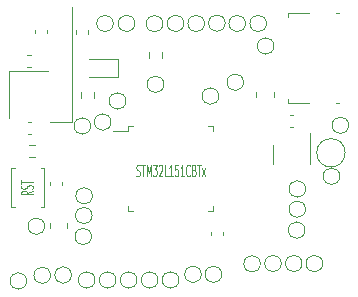
<source format=gbr>
%TF.GenerationSoftware,KiCad,Pcbnew,7.0.6*%
%TF.CreationDate,2024-08-02T03:26:17+05:00*%
%TF.ProjectId,Stm32Board,53746d33-3242-46f6-9172-642e6b696361,rev?*%
%TF.SameCoordinates,Original*%
%TF.FileFunction,Legend,Top*%
%TF.FilePolarity,Positive*%
%FSLAX46Y46*%
G04 Gerber Fmt 4.6, Leading zero omitted, Abs format (unit mm)*
G04 Created by KiCad (PCBNEW 7.0.6) date 2024-08-02 03:26:17*
%MOMM*%
%LPD*%
G01*
G04 APERTURE LIST*
%ADD10C,0.125000*%
%ADD11C,0.120000*%
G04 APERTURE END LIST*
D10*
X155480119Y-88733809D02*
X155003928Y-88900475D01*
X155480119Y-89019523D02*
X154480119Y-89019523D01*
X154480119Y-89019523D02*
X154480119Y-88829047D01*
X154480119Y-88829047D02*
X154527738Y-88781428D01*
X154527738Y-88781428D02*
X154575357Y-88757618D01*
X154575357Y-88757618D02*
X154670595Y-88733809D01*
X154670595Y-88733809D02*
X154813452Y-88733809D01*
X154813452Y-88733809D02*
X154908690Y-88757618D01*
X154908690Y-88757618D02*
X154956309Y-88781428D01*
X154956309Y-88781428D02*
X155003928Y-88829047D01*
X155003928Y-88829047D02*
X155003928Y-89019523D01*
X155432500Y-88543332D02*
X155480119Y-88471904D01*
X155480119Y-88471904D02*
X155480119Y-88352856D01*
X155480119Y-88352856D02*
X155432500Y-88305237D01*
X155432500Y-88305237D02*
X155384880Y-88281428D01*
X155384880Y-88281428D02*
X155289642Y-88257618D01*
X155289642Y-88257618D02*
X155194404Y-88257618D01*
X155194404Y-88257618D02*
X155099166Y-88281428D01*
X155099166Y-88281428D02*
X155051547Y-88305237D01*
X155051547Y-88305237D02*
X155003928Y-88352856D01*
X155003928Y-88352856D02*
X154956309Y-88448094D01*
X154956309Y-88448094D02*
X154908690Y-88495713D01*
X154908690Y-88495713D02*
X154861071Y-88519523D01*
X154861071Y-88519523D02*
X154765833Y-88543332D01*
X154765833Y-88543332D02*
X154670595Y-88543332D01*
X154670595Y-88543332D02*
X154575357Y-88519523D01*
X154575357Y-88519523D02*
X154527738Y-88495713D01*
X154527738Y-88495713D02*
X154480119Y-88448094D01*
X154480119Y-88448094D02*
X154480119Y-88329047D01*
X154480119Y-88329047D02*
X154527738Y-88257618D01*
X154480119Y-88114761D02*
X154480119Y-87829047D01*
X155480119Y-87971904D02*
X154480119Y-87971904D01*
X164241740Y-87446000D02*
X164313168Y-87493619D01*
X164313168Y-87493619D02*
X164432216Y-87493619D01*
X164432216Y-87493619D02*
X164479835Y-87446000D01*
X164479835Y-87446000D02*
X164503644Y-87398380D01*
X164503644Y-87398380D02*
X164527454Y-87303142D01*
X164527454Y-87303142D02*
X164527454Y-87207904D01*
X164527454Y-87207904D02*
X164503644Y-87112666D01*
X164503644Y-87112666D02*
X164479835Y-87065047D01*
X164479835Y-87065047D02*
X164432216Y-87017428D01*
X164432216Y-87017428D02*
X164336978Y-86969809D01*
X164336978Y-86969809D02*
X164289359Y-86922190D01*
X164289359Y-86922190D02*
X164265549Y-86874571D01*
X164265549Y-86874571D02*
X164241740Y-86779333D01*
X164241740Y-86779333D02*
X164241740Y-86684095D01*
X164241740Y-86684095D02*
X164265549Y-86588857D01*
X164265549Y-86588857D02*
X164289359Y-86541238D01*
X164289359Y-86541238D02*
X164336978Y-86493619D01*
X164336978Y-86493619D02*
X164456025Y-86493619D01*
X164456025Y-86493619D02*
X164527454Y-86541238D01*
X164670311Y-86493619D02*
X164956025Y-86493619D01*
X164813168Y-87493619D02*
X164813168Y-86493619D01*
X165122691Y-87493619D02*
X165122691Y-86493619D01*
X165122691Y-86493619D02*
X165289358Y-87207904D01*
X165289358Y-87207904D02*
X165456024Y-86493619D01*
X165456024Y-86493619D02*
X165456024Y-87493619D01*
X165646501Y-86493619D02*
X165956025Y-86493619D01*
X165956025Y-86493619D02*
X165789358Y-86874571D01*
X165789358Y-86874571D02*
X165860787Y-86874571D01*
X165860787Y-86874571D02*
X165908406Y-86922190D01*
X165908406Y-86922190D02*
X165932215Y-86969809D01*
X165932215Y-86969809D02*
X165956025Y-87065047D01*
X165956025Y-87065047D02*
X165956025Y-87303142D01*
X165956025Y-87303142D02*
X165932215Y-87398380D01*
X165932215Y-87398380D02*
X165908406Y-87446000D01*
X165908406Y-87446000D02*
X165860787Y-87493619D01*
X165860787Y-87493619D02*
X165717930Y-87493619D01*
X165717930Y-87493619D02*
X165670311Y-87446000D01*
X165670311Y-87446000D02*
X165646501Y-87398380D01*
X166146501Y-86588857D02*
X166170310Y-86541238D01*
X166170310Y-86541238D02*
X166217929Y-86493619D01*
X166217929Y-86493619D02*
X166336977Y-86493619D01*
X166336977Y-86493619D02*
X166384596Y-86541238D01*
X166384596Y-86541238D02*
X166408405Y-86588857D01*
X166408405Y-86588857D02*
X166432215Y-86684095D01*
X166432215Y-86684095D02*
X166432215Y-86779333D01*
X166432215Y-86779333D02*
X166408405Y-86922190D01*
X166408405Y-86922190D02*
X166122691Y-87493619D01*
X166122691Y-87493619D02*
X166432215Y-87493619D01*
X166884595Y-87493619D02*
X166646500Y-87493619D01*
X166646500Y-87493619D02*
X166646500Y-86493619D01*
X167313167Y-87493619D02*
X167027453Y-87493619D01*
X167170310Y-87493619D02*
X167170310Y-86493619D01*
X167170310Y-86493619D02*
X167122691Y-86636476D01*
X167122691Y-86636476D02*
X167075072Y-86731714D01*
X167075072Y-86731714D02*
X167027453Y-86779333D01*
X167765547Y-86493619D02*
X167527452Y-86493619D01*
X167527452Y-86493619D02*
X167503643Y-86969809D01*
X167503643Y-86969809D02*
X167527452Y-86922190D01*
X167527452Y-86922190D02*
X167575071Y-86874571D01*
X167575071Y-86874571D02*
X167694119Y-86874571D01*
X167694119Y-86874571D02*
X167741738Y-86922190D01*
X167741738Y-86922190D02*
X167765547Y-86969809D01*
X167765547Y-86969809D02*
X167789357Y-87065047D01*
X167789357Y-87065047D02*
X167789357Y-87303142D01*
X167789357Y-87303142D02*
X167765547Y-87398380D01*
X167765547Y-87398380D02*
X167741738Y-87446000D01*
X167741738Y-87446000D02*
X167694119Y-87493619D01*
X167694119Y-87493619D02*
X167575071Y-87493619D01*
X167575071Y-87493619D02*
X167527452Y-87446000D01*
X167527452Y-87446000D02*
X167503643Y-87398380D01*
X168265547Y-87493619D02*
X167979833Y-87493619D01*
X168122690Y-87493619D02*
X168122690Y-86493619D01*
X168122690Y-86493619D02*
X168075071Y-86636476D01*
X168075071Y-86636476D02*
X168027452Y-86731714D01*
X168027452Y-86731714D02*
X167979833Y-86779333D01*
X168765546Y-87398380D02*
X168741737Y-87446000D01*
X168741737Y-87446000D02*
X168670308Y-87493619D01*
X168670308Y-87493619D02*
X168622689Y-87493619D01*
X168622689Y-87493619D02*
X168551261Y-87446000D01*
X168551261Y-87446000D02*
X168503642Y-87350761D01*
X168503642Y-87350761D02*
X168479832Y-87255523D01*
X168479832Y-87255523D02*
X168456023Y-87065047D01*
X168456023Y-87065047D02*
X168456023Y-86922190D01*
X168456023Y-86922190D02*
X168479832Y-86731714D01*
X168479832Y-86731714D02*
X168503642Y-86636476D01*
X168503642Y-86636476D02*
X168551261Y-86541238D01*
X168551261Y-86541238D02*
X168622689Y-86493619D01*
X168622689Y-86493619D02*
X168670308Y-86493619D01*
X168670308Y-86493619D02*
X168741737Y-86541238D01*
X168741737Y-86541238D02*
X168765546Y-86588857D01*
X169146499Y-86969809D02*
X169217927Y-87017428D01*
X169217927Y-87017428D02*
X169241737Y-87065047D01*
X169241737Y-87065047D02*
X169265546Y-87160285D01*
X169265546Y-87160285D02*
X169265546Y-87303142D01*
X169265546Y-87303142D02*
X169241737Y-87398380D01*
X169241737Y-87398380D02*
X169217927Y-87446000D01*
X169217927Y-87446000D02*
X169170308Y-87493619D01*
X169170308Y-87493619D02*
X168979832Y-87493619D01*
X168979832Y-87493619D02*
X168979832Y-86493619D01*
X168979832Y-86493619D02*
X169146499Y-86493619D01*
X169146499Y-86493619D02*
X169194118Y-86541238D01*
X169194118Y-86541238D02*
X169217927Y-86588857D01*
X169217927Y-86588857D02*
X169241737Y-86684095D01*
X169241737Y-86684095D02*
X169241737Y-86779333D01*
X169241737Y-86779333D02*
X169217927Y-86874571D01*
X169217927Y-86874571D02*
X169194118Y-86922190D01*
X169194118Y-86922190D02*
X169146499Y-86969809D01*
X169146499Y-86969809D02*
X168979832Y-86969809D01*
X169408404Y-86493619D02*
X169694118Y-86493619D01*
X169551261Y-87493619D02*
X169551261Y-86493619D01*
X169813165Y-87493619D02*
X170075070Y-86826952D01*
X169813165Y-86826952D02*
X170075070Y-87493619D01*
D11*
%TO.C,3.3v CPU*%
X181909000Y-85500000D02*
G75*
G03*
X181909000Y-85500000I-1200000J0D01*
G01*
%TO.C,ADC_VCC0*%
X156464000Y-91720000D02*
G75*
G03*
X156464000Y-91720000I-700000J0D01*
G01*
%TO.C,A9*%
X178559000Y-90275000D02*
G75*
G03*
X178559000Y-90275000I-700000J0D01*
G01*
%TO.C,A5*%
X158739000Y-95850000D02*
G75*
G03*
X158739000Y-95850000I-700000J0D01*
G01*
%TO.C,C1*%
X155629000Y-75388767D02*
X155629000Y-75096233D01*
X156649000Y-75388767D02*
X156649000Y-75096233D01*
%TO.C,B11*%
X171459000Y-95790000D02*
G75*
G03*
X171459000Y-95790000I-700000J0D01*
G01*
%TO.C,A13*%
X173309000Y-79525000D02*
G75*
G03*
X173309000Y-79525000I-700000J0D01*
G01*
%TO.C,A10*%
X178564000Y-88560000D02*
G75*
G03*
X178564000Y-88560000I-700000J0D01*
G01*
%TO.C,TP2*%
X160364000Y-83230000D02*
G75*
G03*
X160364000Y-83230000I-700000J0D01*
G01*
%TO.C,SW1*%
X156424000Y-86810000D02*
X156424000Y-90110000D01*
X156124000Y-86810000D02*
X156424000Y-86810000D01*
X153924000Y-86810000D02*
X153624000Y-86810000D01*
X153624000Y-86810000D02*
X153624000Y-90110000D01*
X156424000Y-90110000D02*
X156124000Y-90110000D01*
X153624000Y-90110000D02*
X153924000Y-90110000D01*
%TO.C,C4*%
X155307767Y-78222000D02*
X155015233Y-78222000D01*
X155307767Y-77202000D02*
X155015233Y-77202000D01*
%TO.C,B7*%
X166479000Y-74575000D02*
G75*
G03*
X166479000Y-74575000I-700000J0D01*
G01*
%TO.C,C2*%
X160119000Y-75110233D02*
X160119000Y-75402767D01*
X159099000Y-75110233D02*
X159099000Y-75402767D01*
%TO.C,Y2*%
X156774000Y-78560000D02*
X153474000Y-78560000D01*
X153474000Y-78560000D02*
X153474000Y-82560000D01*
%TO.C,C5*%
X177225233Y-82277500D02*
X177517767Y-82277500D01*
X177225233Y-83297500D02*
X177517767Y-83297500D01*
%TO.C,A6*%
X160734000Y-96270000D02*
G75*
G03*
X160734000Y-96270000I-700000J0D01*
G01*
%TO.C,TP36*%
X162084000Y-82900000D02*
G75*
G03*
X162084000Y-82900000I-700000J0D01*
G01*
%TO.C,U2*%
X178944000Y-85650000D02*
X178944000Y-83850000D01*
X178944000Y-85650000D02*
X178944000Y-86450000D01*
X175824000Y-85650000D02*
X175824000Y-84850000D01*
X175824000Y-85650000D02*
X175824000Y-86450000D01*
%TO.C,TP9*%
X181459000Y-87487500D02*
G75*
G03*
X181459000Y-87487500I-700000J0D01*
G01*
%TO.C,R2*%
X155126776Y-84837500D02*
X155636224Y-84837500D01*
X155126776Y-85882500D02*
X155636224Y-85882500D01*
%TO.C,A2*%
X160444000Y-92590000D02*
G75*
G03*
X160444000Y-92590000I-700000J0D01*
G01*
%TO.C,C9*%
X156944000Y-88248767D02*
X156944000Y-87956233D01*
X157964000Y-88248767D02*
X157964000Y-87956233D01*
%TO.C,B2*%
X167834000Y-96270000D02*
G75*
G03*
X167834000Y-96270000I-700000J0D01*
G01*
%TO.C,B8*%
X164109000Y-74550000D02*
G75*
G03*
X164109000Y-74550000I-700000J0D01*
G01*
%TO.C,TP3*%
X166559000Y-79700000D02*
G75*
G03*
X166559000Y-79700000I-700000J0D01*
G01*
%TO.C,B13*%
X176509000Y-94875000D02*
G75*
G03*
X176509000Y-94875000I-700000J0D01*
G01*
%TO.C,C3*%
X155330267Y-83930000D02*
X155037733Y-83930000D01*
X155330267Y-82910000D02*
X155037733Y-82910000D01*
%TO.C,TP39*%
X163346500Y-81112500D02*
G75*
G03*
X163346500Y-81112500I-700000J0D01*
G01*
%TO.C,B10*%
X169734000Y-95790000D02*
G75*
G03*
X169734000Y-95790000I-700000J0D01*
G01*
%TO.C,B1*%
X166059000Y-96270000D02*
G75*
G03*
X166059000Y-96270000I-700000J0D01*
G01*
%TO.C,B9*%
X162284000Y-74550000D02*
G75*
G03*
X162284000Y-74550000I-700000J0D01*
G01*
%TO.C,C6*%
X171544000Y-92166233D02*
X171544000Y-92458767D01*
X170524000Y-92166233D02*
X170524000Y-92458767D01*
%TO.C,B6*%
X168254000Y-74550000D02*
G75*
G03*
X168254000Y-74550000I-700000J0D01*
G01*
%TO.C,FB1*%
X158379000Y-91422936D02*
X158379000Y-91877064D01*
X156909000Y-91422936D02*
X156909000Y-91877064D01*
%TO.C,J1*%
X177074000Y-81285000D02*
X177074000Y-80905000D01*
X178844000Y-81285000D02*
X177074000Y-81285000D01*
X181384000Y-81285000D02*
X181124000Y-81285000D01*
X177074000Y-73665000D02*
X177074000Y-74045000D01*
X177074000Y-73665000D02*
X178844000Y-73665000D01*
X181124000Y-73665000D02*
X181384000Y-73665000D01*
%TO.C,A4*%
X156964000Y-95875000D02*
G75*
G03*
X156964000Y-95875000I-700000J0D01*
G01*
%TO.C,Y1*%
X156914000Y-82880000D02*
X158814000Y-82880000D01*
X158814000Y-82880000D02*
X158814000Y-73180000D01*
%TO.C,B5*%
X170004000Y-74550000D02*
G75*
G03*
X170004000Y-74550000I-700000J0D01*
G01*
%TO.C,B12*%
X174734000Y-94900000D02*
G75*
G03*
X174734000Y-94900000I-700000J0D01*
G01*
%TO.C,R1*%
X166366500Y-76982776D02*
X166366500Y-77492224D01*
X165321500Y-76982776D02*
X165321500Y-77492224D01*
%TO.C,A7*%
X162509000Y-96270000D02*
G75*
G03*
X162509000Y-96270000I-700000J0D01*
G01*
%TO.C,TP1*%
X175884000Y-76460000D02*
G75*
G03*
X175884000Y-76460000I-700000J0D01*
G01*
%TO.C,FB2*%
X175869000Y-80335436D02*
X175869000Y-80789564D01*
X174399000Y-80335436D02*
X174399000Y-80789564D01*
%TO.C,U1*%
X163524000Y-83227500D02*
X163524000Y-83677500D01*
X163524000Y-83677500D02*
X162234000Y-83677500D01*
X163524000Y-90447500D02*
X163524000Y-89997500D01*
X163974000Y-83227500D02*
X163524000Y-83227500D01*
X163974000Y-90447500D02*
X163524000Y-90447500D01*
X170294000Y-83227500D02*
X170744000Y-83227500D01*
X170294000Y-90447500D02*
X170744000Y-90447500D01*
X170744000Y-83227500D02*
X170744000Y-83677500D01*
X170744000Y-90447500D02*
X170744000Y-89997500D01*
%TO.C,A3*%
X154949000Y-96350000D02*
G75*
G03*
X154949000Y-96350000I-700000J0D01*
G01*
%TO.C,A0*%
X160514000Y-89140000D02*
G75*
G03*
X160514000Y-89140000I-700000J0D01*
G01*
%TO.C,R4*%
X159571500Y-80877224D02*
X159571500Y-80367776D01*
X160616500Y-80877224D02*
X160616500Y-80367776D01*
%TO.C,A8*%
X178509000Y-92050000D02*
G75*
G03*
X178509000Y-92050000I-700000J0D01*
G01*
%TO.C,B4*%
X171754000Y-74525000D02*
G75*
G03*
X171754000Y-74525000I-700000J0D01*
G01*
%TO.C,D1*%
X162709000Y-79055000D02*
X162709000Y-77585000D01*
X162709000Y-77585000D02*
X160249000Y-77585000D01*
X160249000Y-79055000D02*
X162709000Y-79055000D01*
%TO.C,B3*%
X173479000Y-74550000D02*
G75*
G03*
X173479000Y-74550000I-700000J0D01*
G01*
%TO.C,B14*%
X178259000Y-94875000D02*
G75*
G03*
X178259000Y-94875000I-700000J0D01*
G01*
%TO.C,TP10*%
X182209000Y-83175000D02*
G75*
G03*
X182209000Y-83175000I-700000J0D01*
G01*
%TO.C,A15*%
X175254000Y-74550000D02*
G75*
G03*
X175254000Y-74550000I-700000J0D01*
G01*
%TO.C,A1*%
X160484000Y-90810000D02*
G75*
G03*
X160484000Y-90810000I-700000J0D01*
G01*
%TO.C,B15*%
X180009000Y-94875000D02*
G75*
G03*
X180009000Y-94875000I-700000J0D01*
G01*
%TO.C,B0*%
X164284000Y-96270000D02*
G75*
G03*
X164284000Y-96270000I-700000J0D01*
G01*
%TO.C,A14*%
X171209000Y-80700000D02*
G75*
G03*
X171209000Y-80700000I-700000J0D01*
G01*
%TD*%
M02*

</source>
